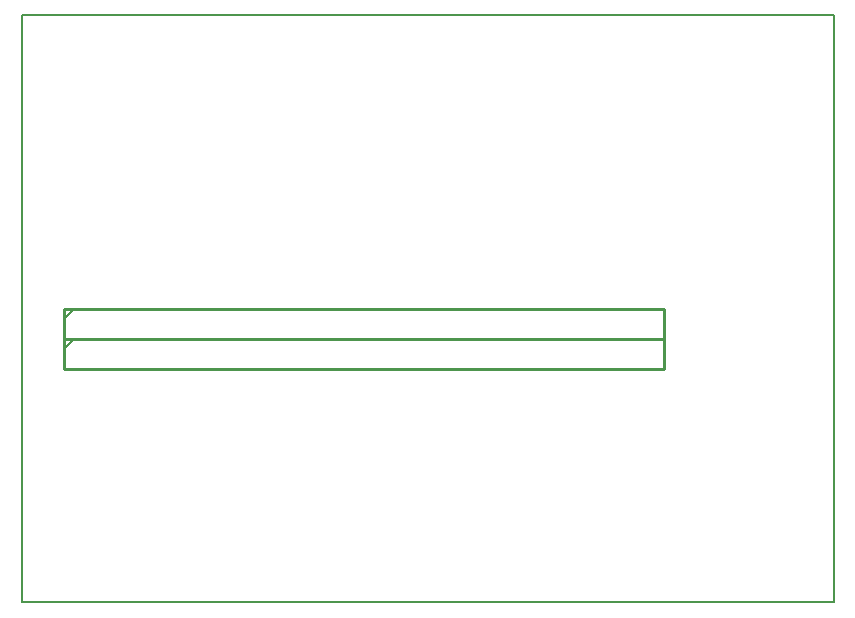
<source format=gbo>
G04 MADE WITH FRITZING*
G04 WWW.FRITZING.ORG*
G04 DOUBLE SIDED*
G04 HOLES PLATED*
G04 CONTOUR ON CENTER OF CONTOUR VECTOR*
%ASAXBY*%
%FSLAX23Y23*%
%MOIN*%
%OFA0B0*%
%SFA1.0B1.0*%
%ADD10R,2.714880X1.963720X2.698880X1.947720*%
%ADD11C,0.008000*%
%ADD12C,0.010000*%
%ADD13C,0.005000*%
%LNSILK0*%
G90*
G70*
G54D11*
X4Y1960D02*
X2711Y1960D01*
X2711Y4D01*
X4Y4D01*
X4Y1960D01*
D02*
G54D12*
X145Y981D02*
X2145Y981D01*
D02*
X2145Y981D02*
X2145Y881D01*
D02*
X2145Y881D02*
X145Y881D01*
D02*
X145Y881D02*
X145Y981D01*
G54D13*
D02*
X180Y981D02*
X145Y946D01*
G54D12*
D02*
X145Y881D02*
X2145Y881D01*
D02*
X2145Y881D02*
X2145Y781D01*
D02*
X2145Y781D02*
X145Y781D01*
D02*
X145Y781D02*
X145Y881D01*
G54D13*
D02*
X180Y881D02*
X145Y846D01*
G04 End of Silk0*
M02*
</source>
